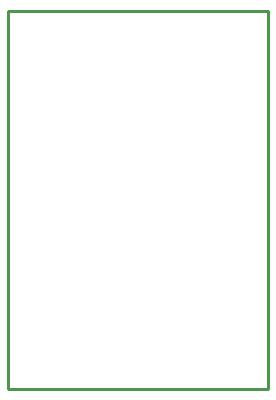
<source format=gko>
G04 Layer_Color=16711935*
%FSLAX25Y25*%
%MOIN*%
G70*
G01*
G75*
%ADD39C,0.01000*%
D39*
X296594Y558679D02*
Y684579D01*
Y558679D02*
X383294D01*
Y684579D01*
X296594D02*
X383294D01*
M02*

</source>
